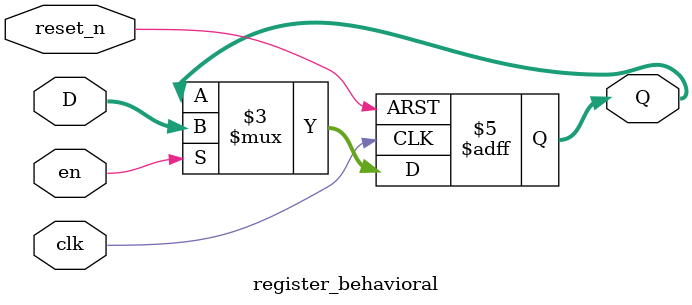
<source format=sv>
`timescale 1ns / 1ps


module register_behavioral(
input logic clk,
input logic [3:0] D,
input logic reset_n,
input logic en,
output logic [3:0] Q
    );
    
 always @(posedge clk, negedge reset_n)
 begin 
 if(!reset_n) Q<= 0;
 else if (en) Q<= D;
 end
    
endmodule

</source>
